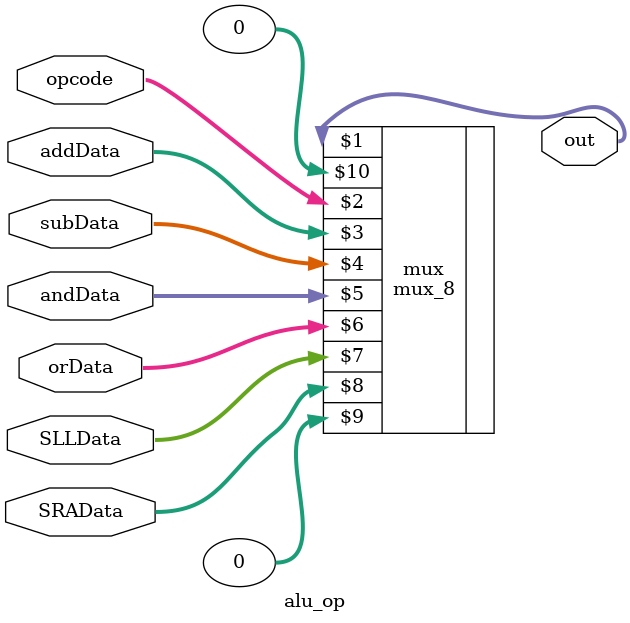
<source format=v>
module alu_op(
    output [31:0] out,
    input [2:0] opcode,
    input [31:0] andData, orData, addData, subData, SLLData, SRAData);

    mux_8 mux(out, opcode, addData, subData, andData, orData, SLLData, SRAData, 0, 0);
endmodule

</source>
